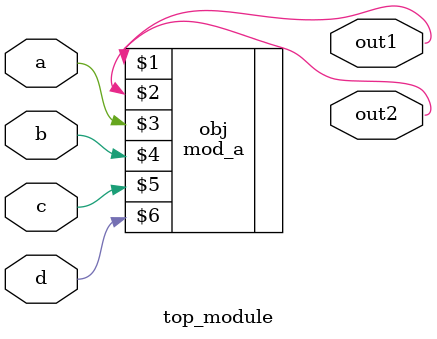
<source format=v>
module top_module ( 
    input a, 
    input b, 
    input c,
    input d,
    output out1,
    output out2
);
    mod_a obj(out1,out2,a,b,c,d);
endmodule
</source>
